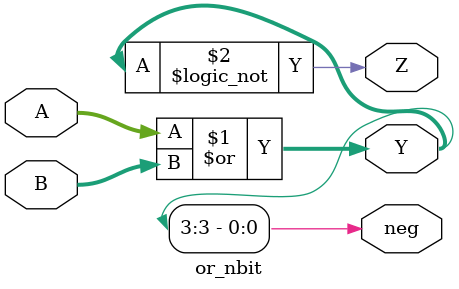
<source format=sv>
module or_nbit #(parameter N = 4) (
    input logic [N-1:0] A, B,
    output logic [N-1:0] Y,
    output logic Z, neg
);
    assign Y = A | B;
    assign Z = (Y == 0);
    assign neg = Y[N-1];
endmodule

</source>
